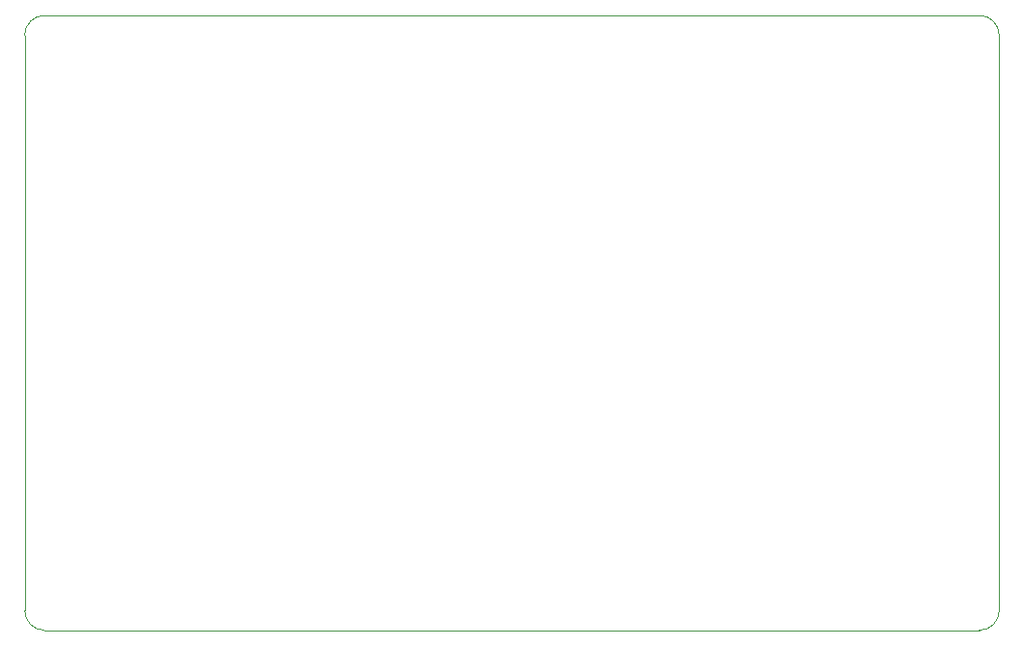
<source format=gm1>
G04 #@! TF.GenerationSoftware,KiCad,Pcbnew,6.0.0-rc2*
G04 #@! TF.CreationDate,2022-06-15T19:41:01-07:00*
G04 #@! TF.ProjectId,RP2040_motor,52503230-3430-45f6-9d6f-746f722e6b69,REV1*
G04 #@! TF.SameCoordinates,Original*
G04 #@! TF.FileFunction,Profile,NP*
%FSLAX46Y46*%
G04 Gerber Fmt 4.6, Leading zero omitted, Abs format (unit mm)*
G04 Created by KiCad (PCBNEW 6.0.0-rc2) date 2022-06-15 19:41:01*
%MOMM*%
%LPD*%
G01*
G04 APERTURE LIST*
G04 #@! TA.AperFunction,Profile*
%ADD10C,0.050000*%
G04 #@! TD*
G04 APERTURE END LIST*
D10*
X74340000Y-120250000D02*
X74340000Y-69750000D01*
X158090000Y-122000000D02*
G75*
G03*
X159840000Y-120250000I0J1750000D01*
G01*
X158090000Y-122000000D02*
X76090000Y-122000000D01*
X76090000Y-68000000D02*
G75*
G03*
X74340000Y-69750000I0J-1750000D01*
G01*
X159840000Y-69750000D02*
G75*
G03*
X158090000Y-68000000I-1750000J0D01*
G01*
X74340000Y-120250000D02*
G75*
G03*
X76090000Y-122000000I1750000J0D01*
G01*
X158090000Y-68000000D02*
X76090000Y-68000000D01*
X159840000Y-69750000D02*
X159840000Y-120250000D01*
M02*

</source>
